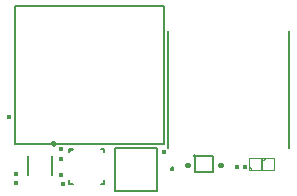
<source format=gbr>
G04 EAGLE Gerber RS-274X export*
G75*
%MOMM*%
%FSLAX34Y34*%
%LPD*%
%INSilkscreen Top*%
%IPPOS*%
%AMOC8*
5,1,8,0,0,1.08239X$1,22.5*%
G01*
%ADD10C,0.127000*%
%ADD11C,0.250000*%
%ADD12C,0.152400*%
%ADD13R,0.300000X0.300000*%
%ADD14C,0.076200*%
%ADD15C,0.200000*%
%ADD16C,0.406400*%


D10*
X19367Y160000D02*
X145367Y160000D01*
X145367Y43000D01*
X19367Y43000D01*
X19367Y160000D01*
D11*
X50480Y43576D02*
X50482Y43646D01*
X50488Y43716D01*
X50498Y43785D01*
X50511Y43854D01*
X50529Y43922D01*
X50550Y43989D01*
X50575Y44054D01*
X50604Y44118D01*
X50636Y44181D01*
X50672Y44241D01*
X50711Y44299D01*
X50753Y44355D01*
X50798Y44409D01*
X50846Y44460D01*
X50897Y44508D01*
X50951Y44553D01*
X51007Y44595D01*
X51065Y44634D01*
X51125Y44670D01*
X51188Y44702D01*
X51252Y44731D01*
X51317Y44756D01*
X51384Y44777D01*
X51452Y44795D01*
X51521Y44808D01*
X51590Y44818D01*
X51660Y44824D01*
X51730Y44826D01*
X51800Y44824D01*
X51870Y44818D01*
X51939Y44808D01*
X52008Y44795D01*
X52076Y44777D01*
X52143Y44756D01*
X52208Y44731D01*
X52272Y44702D01*
X52335Y44670D01*
X52395Y44634D01*
X52453Y44595D01*
X52509Y44553D01*
X52563Y44508D01*
X52614Y44460D01*
X52662Y44409D01*
X52707Y44355D01*
X52749Y44299D01*
X52788Y44241D01*
X52824Y44181D01*
X52856Y44118D01*
X52885Y44054D01*
X52910Y43989D01*
X52931Y43922D01*
X52949Y43854D01*
X52962Y43785D01*
X52972Y43716D01*
X52978Y43646D01*
X52980Y43576D01*
X52978Y43506D01*
X52972Y43436D01*
X52962Y43367D01*
X52949Y43298D01*
X52931Y43230D01*
X52910Y43163D01*
X52885Y43098D01*
X52856Y43034D01*
X52824Y42971D01*
X52788Y42911D01*
X52749Y42853D01*
X52707Y42797D01*
X52662Y42743D01*
X52614Y42692D01*
X52563Y42644D01*
X52509Y42599D01*
X52453Y42557D01*
X52395Y42518D01*
X52335Y42482D01*
X52272Y42450D01*
X52208Y42421D01*
X52143Y42396D01*
X52076Y42375D01*
X52008Y42357D01*
X51939Y42344D01*
X51870Y42334D01*
X51800Y42328D01*
X51730Y42326D01*
X51660Y42328D01*
X51590Y42334D01*
X51521Y42344D01*
X51452Y42357D01*
X51384Y42375D01*
X51317Y42396D01*
X51252Y42421D01*
X51188Y42450D01*
X51125Y42482D01*
X51065Y42518D01*
X51007Y42557D01*
X50951Y42599D01*
X50897Y42644D01*
X50846Y42692D01*
X50798Y42743D01*
X50753Y42797D01*
X50711Y42853D01*
X50672Y42911D01*
X50636Y42971D01*
X50604Y43034D01*
X50575Y43098D01*
X50550Y43163D01*
X50529Y43230D01*
X50511Y43298D01*
X50498Y43367D01*
X50488Y43436D01*
X50482Y43506D01*
X50480Y43576D01*
D12*
X50480Y32576D02*
X50480Y16326D01*
X30480Y16326D02*
X30480Y32576D01*
D13*
X20500Y10000D03*
X20500Y17000D03*
X14250Y65550D03*
X207800Y23450D03*
X214450Y23450D03*
D10*
X68200Y38900D02*
X65200Y38900D01*
X92200Y38900D02*
X95200Y38900D01*
X68200Y8900D02*
X65200Y8900D01*
X65200Y35900D02*
X65200Y38900D01*
X65200Y35900D02*
X68200Y38900D01*
X65200Y12000D02*
X65200Y9000D01*
X65200Y8900D02*
X68200Y8900D01*
X92124Y8900D02*
X95124Y8900D01*
X95172Y8976D02*
X95172Y11976D01*
X95200Y35900D02*
X95200Y38900D01*
X92200Y38900D01*
X104000Y39350D02*
X104000Y3350D01*
X104000Y39350D02*
X140000Y39350D01*
X140000Y3350D01*
X104000Y3350D01*
D13*
X58000Y38500D03*
X58000Y30500D03*
X145900Y35900D03*
X60500Y9000D03*
X58000Y16400D03*
D14*
X239000Y21000D02*
X239000Y31000D01*
X232000Y31000D01*
X229000Y31000D01*
X229000Y28000D01*
X229000Y21000D01*
X239000Y21000D01*
X232000Y31000D02*
X229000Y28000D01*
D10*
X251750Y39750D02*
X251750Y138250D01*
X149250Y138250D02*
X149250Y39750D01*
D15*
X151500Y22000D02*
X151502Y22063D01*
X151508Y22125D01*
X151518Y22187D01*
X151531Y22249D01*
X151549Y22309D01*
X151570Y22368D01*
X151595Y22426D01*
X151624Y22482D01*
X151656Y22536D01*
X151691Y22588D01*
X151729Y22637D01*
X151771Y22685D01*
X151815Y22729D01*
X151863Y22771D01*
X151912Y22809D01*
X151964Y22844D01*
X152018Y22876D01*
X152074Y22905D01*
X152132Y22930D01*
X152191Y22951D01*
X152251Y22969D01*
X152313Y22982D01*
X152375Y22992D01*
X152437Y22998D01*
X152500Y23000D01*
X152563Y22998D01*
X152625Y22992D01*
X152687Y22982D01*
X152749Y22969D01*
X152809Y22951D01*
X152868Y22930D01*
X152926Y22905D01*
X152982Y22876D01*
X153036Y22844D01*
X153088Y22809D01*
X153137Y22771D01*
X153185Y22729D01*
X153229Y22685D01*
X153271Y22637D01*
X153309Y22588D01*
X153344Y22536D01*
X153376Y22482D01*
X153405Y22426D01*
X153430Y22368D01*
X153451Y22309D01*
X153469Y22249D01*
X153482Y22187D01*
X153492Y22125D01*
X153498Y22063D01*
X153500Y22000D01*
X153498Y21937D01*
X153492Y21875D01*
X153482Y21813D01*
X153469Y21751D01*
X153451Y21691D01*
X153430Y21632D01*
X153405Y21574D01*
X153376Y21518D01*
X153344Y21464D01*
X153309Y21412D01*
X153271Y21363D01*
X153229Y21315D01*
X153185Y21271D01*
X153137Y21229D01*
X153088Y21191D01*
X153036Y21156D01*
X152982Y21124D01*
X152926Y21095D01*
X152868Y21070D01*
X152809Y21049D01*
X152749Y21031D01*
X152687Y21018D01*
X152625Y21008D01*
X152563Y21002D01*
X152500Y21000D01*
X152437Y21002D01*
X152375Y21008D01*
X152313Y21018D01*
X152251Y21031D01*
X152191Y21049D01*
X152132Y21070D01*
X152074Y21095D01*
X152018Y21124D01*
X151964Y21156D01*
X151912Y21191D01*
X151863Y21229D01*
X151815Y21271D01*
X151771Y21315D01*
X151729Y21363D01*
X151691Y21412D01*
X151656Y21464D01*
X151624Y21518D01*
X151595Y21574D01*
X151570Y21632D01*
X151549Y21691D01*
X151531Y21751D01*
X151518Y21813D01*
X151508Y21875D01*
X151502Y21937D01*
X151500Y22000D01*
D16*
X193195Y25000D02*
X193805Y25000D01*
X165805Y25000D02*
X165195Y25000D01*
D10*
X187100Y19400D02*
X187100Y32500D01*
X187100Y19400D02*
X171800Y19400D01*
X171800Y32500D01*
X187100Y32500D01*
X170900Y32900D02*
X170902Y32940D01*
X170908Y32979D01*
X170918Y33018D01*
X170931Y33055D01*
X170949Y33091D01*
X170970Y33125D01*
X170994Y33157D01*
X171021Y33186D01*
X171051Y33213D01*
X171083Y33236D01*
X171118Y33256D01*
X171154Y33272D01*
X171192Y33285D01*
X171231Y33294D01*
X171270Y33299D01*
X171310Y33300D01*
X171350Y33297D01*
X171389Y33290D01*
X171427Y33279D01*
X171465Y33265D01*
X171500Y33246D01*
X171533Y33225D01*
X171565Y33200D01*
X171593Y33172D01*
X171619Y33142D01*
X171641Y33109D01*
X171660Y33074D01*
X171676Y33037D01*
X171688Y32999D01*
X171696Y32960D01*
X171700Y32920D01*
X171700Y32880D01*
X171696Y32840D01*
X171688Y32801D01*
X171676Y32763D01*
X171660Y32726D01*
X171641Y32691D01*
X171619Y32658D01*
X171593Y32628D01*
X171565Y32600D01*
X171533Y32575D01*
X171500Y32554D01*
X171465Y32535D01*
X171427Y32521D01*
X171389Y32510D01*
X171350Y32503D01*
X171310Y32500D01*
X171270Y32501D01*
X171231Y32506D01*
X171192Y32515D01*
X171154Y32528D01*
X171118Y32544D01*
X171083Y32564D01*
X171051Y32587D01*
X171021Y32614D01*
X170994Y32643D01*
X170970Y32675D01*
X170949Y32709D01*
X170931Y32745D01*
X170918Y32782D01*
X170908Y32821D01*
X170902Y32860D01*
X170900Y32900D01*
D14*
X217500Y31000D02*
X227500Y31000D01*
X217500Y31000D02*
X217500Y24000D01*
X217500Y21000D01*
X220500Y21000D01*
X227500Y21000D01*
X227500Y31000D01*
X217500Y24000D02*
X220500Y21000D01*
M02*

</source>
